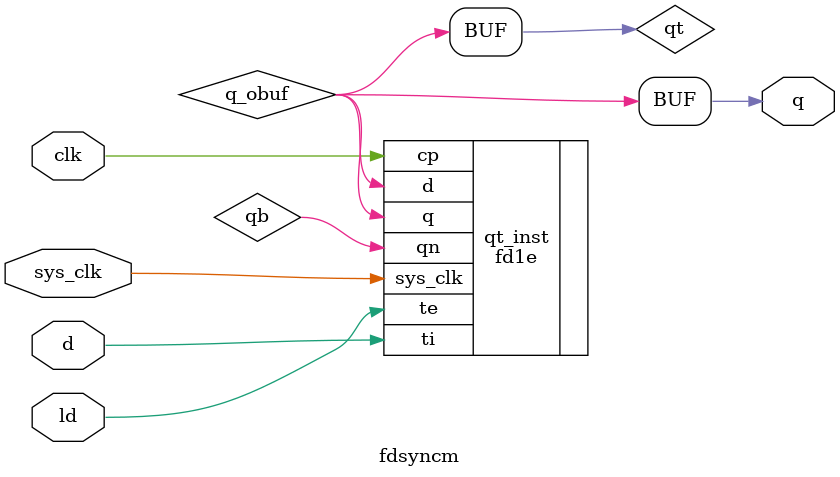
<source format=v>
/* verilator lint_off LITENDIAN */
//`include "defs.v"

module fdsyncm
(
	output q,
	input d,
	input ld,
	input clk,
	input sys_clk // Generated
);
wire qt;
wire qb;

// Output buffers
wire q_obuf;


// Output buffers
assign q = q_obuf;


// DUPLO.NET (285) - qt : fd1e
fd1e qt_inst
(
	.q /* OUT */ (qt),
	.qn /* OUT */ (qb),
	.d /* IN */ (q_obuf),
	.cp /* IN */ (clk),
	.ti /* IN */ (d),
	.te /* IN */ (ld),
	.sys_clk(sys_clk) // Generated
);

// DUPLO.NET (286) - dummy : dummy

// DUPLO.NET (287) - q : nivm
assign q_obuf = qt;
endmodule
/* verilator lint_on LITENDIAN */

</source>
